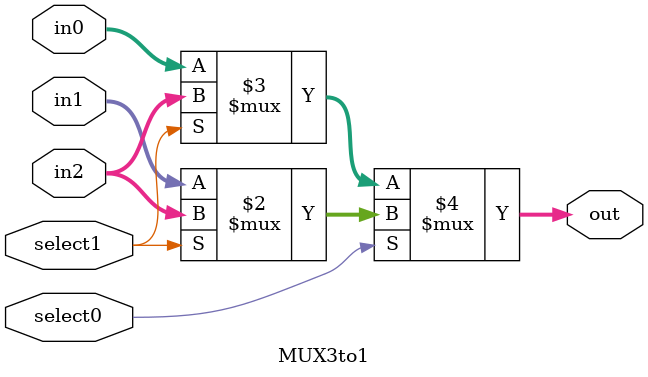
<source format=v>
module MUX3to1(in0,in1,in2,select0,select1,out);
parameter N = 16;
input select1,select0;
input [N-1:0] in2, in1, in0;
output reg [N-1:0] out;
always @(select0,select1,in0,in1,in2)
begin
out = (select0 ?(select1?in2:in1):(select1?in2:in0));
end
endmodule

</source>
